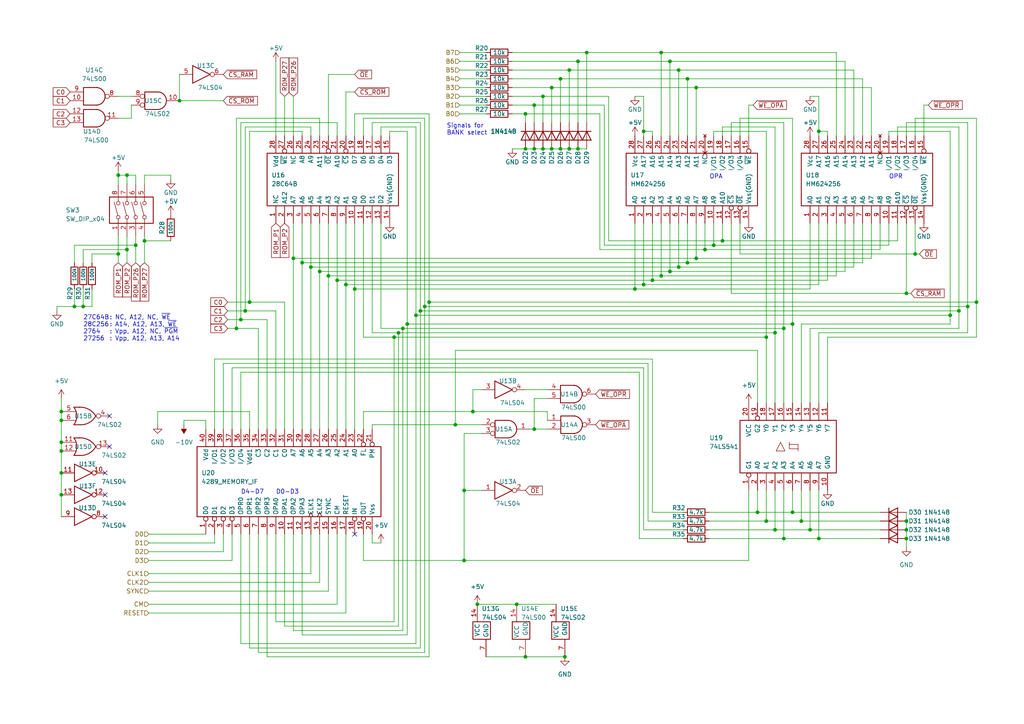
<source format=kicad_sch>
(kicad_sch (version 20230121) (generator eeschema)
  (paper "A4")
  (lib_symbols
    (symbol "000_MyLibrary:1N4148" (pin_numbers hide) (pin_names hide)
      (property "Reference" "D" (at 0 2.54 0))
      (property "Value" "1N4148" (at 0 -2.54 0))
      (symbol "1N4148_1_1"
        (pin passive line (at -3.81 0 0) (length 2.54) (name "K") (number "1"))
        (pin passive line (at 3.81 0 180) (length 2.54) (name "A") (number "2"))
      )
    )
    (symbol "000_MyLibrary:28C64B"
      (property "Reference" "U" (at -7.62 19.05 0))
      (property "Value" "28C64B" (at 1.27 19.05 0))
      (symbol "28C64B_1_1"
        (pin free line (at -12.7 15.24 0) (length 5.08) (name "NC") (number "1"))
        (pin input line (at -12.7 -7.62 0) (length 5.08) (name "A0") (number "10"))
        (pin tri_state line (at -12.7 -10.16 0) (length 5.08) (name "D0") (number "11"))
        (pin tri_state line (at -12.7 -12.7 0) (length 5.08) (name "D1") (number "12"))
        (pin tri_state line (at -12.7 -15.24 0) (length 5.08) (name "D2") (number "13"))
        (pin power_in line (at -12.7 -17.78 0) (length 5.08) (name "Vss(GND)") (number "14"))
        (pin tri_state line (at 12.7 -17.78 180) (length 5.08) (name "D3") (number "15"))
        (pin tri_state line (at 12.7 -15.24 180) (length 5.08) (name "D4") (number "16"))
        (pin tri_state line (at 12.7 -12.7 180) (length 5.08) (name "D5") (number "17"))
        (pin tri_state line (at 12.7 -10.16 180) (length 5.08) (name "D6") (number "18"))
        (pin tri_state line (at 12.7 -7.62 180) (length 5.08) (name "D7") (number "19"))
        (pin input line (at -12.7 12.7 0) (length 5.08) (name "A12") (number "2"))
        (pin input inverted (at 12.7 -5.08 180) (length 5.08) (name "~{CS}") (number "20"))
        (pin input line (at 12.7 -2.54 180) (length 5.08) (name "A10") (number "21"))
        (pin input inverted (at 12.7 0 180) (length 5.08) (name "~{OE}") (number "22"))
        (pin input line (at 12.7 2.54 180) (length 5.08) (name "A11") (number "23"))
        (pin input line (at 12.7 5.08 180) (length 5.08) (name "A9") (number "24"))
        (pin input line (at 12.7 7.62 180) (length 5.08) (name "A8") (number "25"))
        (pin free line (at 12.7 10.16 180) (length 5.08) (name "NC") (number "26"))
        (pin input inverted (at 12.7 12.7 180) (length 5.08) (name "~{WE}") (number "27"))
        (pin power_in line (at 12.7 15.24 180) (length 5.08) (name "Vdd") (number "28"))
        (pin input line (at -12.7 10.16 0) (length 5.08) (name "A7") (number "3"))
        (pin input line (at -12.7 7.62 0) (length 5.08) (name "A6") (number "4"))
        (pin input line (at -12.7 5.08 0) (length 5.08) (name "A5") (number "5"))
        (pin input line (at -12.7 2.54 0) (length 5.08) (name "A4") (number "6"))
        (pin input line (at -12.7 0 0) (length 5.08) (name "A3") (number "7"))
        (pin input line (at -12.7 -2.54 0) (length 5.08) (name "A2") (number "8"))
        (pin input line (at -12.7 -5.08 0) (length 5.08) (name "A1") (number "9"))
      )
    )
    (symbol "000_MyLibrary:4289_MEMORY_IF"
      (property "Reference" "U" (at -7.62 30.48 0))
      (property "Value" "4289_MEMORY_IF" (at 7.62 27.94 0))
      (symbol "4289_MEMORY_IF_1_1"
        (pin bidirectional inverted (at -15.24 24.13 0) (length 5.08) (name "D0") (number "1"))
        (pin input line (at -15.24 1.27 0) (length 5.08) (name "OPA1") (number "10"))
        (pin input line (at -15.24 -1.27 0) (length 5.08) (name "OPA2") (number "11"))
        (pin input line (at -15.24 -3.81 0) (length 5.08) (name "OPA3") (number "12"))
        (pin input clock (at -15.24 -6.35 0) (length 5.08) (name "CLK1") (number "13"))
        (pin input clock (at -15.24 -8.89 0) (length 5.08) (name "CLK2") (number "14"))
        (pin input line (at -15.24 -11.43 0) (length 5.08) (name "SYNC") (number "15"))
        (pin input line (at -15.24 -13.97 0) (length 5.08) (name "CM") (number "16"))
        (pin input line (at -15.24 -16.51 0) (length 5.08) (name "RESET") (number "17"))
        (pin output inverted (at -15.24 -19.05 0) (length 5.08) (name "IN") (number "18"))
        (pin output inverted (at -15.24 -21.59 0) (length 5.08) (name "OUT") (number "19"))
        (pin bidirectional inverted (at -15.24 21.59 0) (length 5.08) (name "D1") (number "2"))
        (pin power_in line (at -15.24 -24.13 0) (length 5.08) (name "Vss") (number "20"))
        (pin output inverted (at 15.24 -24.13 180) (length 5.08) (name "PM") (number "21"))
        (pin output inverted (at 15.24 -21.59 180) (length 5.08) (name "FL") (number "22"))
        (pin output line (at 15.24 -19.05 180) (length 5.08) (name "A0") (number "23"))
        (pin output line (at 15.24 -16.51 180) (length 5.08) (name "A1") (number "24"))
        (pin output line (at 15.24 -13.97 180) (length 5.08) (name "A2") (number "25"))
        (pin output line (at 15.24 -11.43 180) (length 5.08) (name "A3") (number "26"))
        (pin output line (at 15.24 -8.89 180) (length 5.08) (name "A4") (number "27"))
        (pin output line (at 15.24 -6.35 180) (length 5.08) (name "A5") (number "28"))
        (pin output line (at 15.24 -3.81 180) (length 5.08) (name "A6") (number "29"))
        (pin bidirectional inverted (at -15.24 19.05 0) (length 5.08) (name "D2") (number "3"))
        (pin output line (at 15.24 -1.27 180) (length 5.08) (name "A7") (number "30"))
        (pin output line (at 15.24 1.27 180) (length 5.08) (name "C0") (number "31"))
        (pin output line (at 15.24 3.81 180) (length 5.08) (name "C1") (number "32"))
        (pin output line (at 15.24 6.35 180) (length 5.08) (name "C2") (number "33"))
        (pin output line (at 15.24 8.89 180) (length 5.08) (name "C3") (number "34"))
        (pin power_in line (at 15.24 11.43 180) (length 5.08) (name "Vdd1") (number "35"))
        (pin bidirectional line (at 15.24 13.97 180) (length 5.08) (name "I/O4") (number "36"))
        (pin bidirectional line (at 15.24 16.51 180) (length 5.08) (name "I/O3") (number "37"))
        (pin bidirectional line (at 15.24 19.05 180) (length 5.08) (name "I/O2") (number "38"))
        (pin bidirectional line (at 15.24 21.59 180) (length 5.08) (name "I/O1") (number "39"))
        (pin bidirectional inverted (at -15.24 16.51 0) (length 5.08) (name "D3") (number "4"))
        (pin power_in line (at 15.24 24.13 180) (length 5.08) (name "Vdd") (number "40"))
        (pin input line (at -15.24 13.97 0) (length 5.08) (name "OPR0") (number "5"))
        (pin input line (at -15.24 11.43 0) (length 5.08) (name "OPR1") (number "6"))
        (pin input line (at -15.24 8.89 0) (length 5.08) (name "OPR2") (number "7"))
        (pin input line (at -15.24 6.35 0) (length 5.08) (name "OPR3") (number "8"))
        (pin input line (at -15.24 3.81 0) (length 5.08) (name "OPA0") (number "9"))
      )
    )
    (symbol "000_MyLibrary:74LS00" (pin_names (offset 1.016))
      (property "Reference" "U" (at -1.27 6.35 0))
      (property "Value" "74LS00" (at 1.27 3.81 0))
      (symbol "74LS00_1_1"
        (pin input line (at -7.62 1.27 0) (length 3.81) (name "~") (number "1"))
        (pin input line (at -7.62 -1.27 0) (length 3.81) (name "~") (number "2"))
        (pin output inverted (at 6.35 0 180) (length 3.81) (name "~") (number "3"))
      )
      (symbol "74LS00_1_2"
        (pin input inverted (at -7.62 1.27 0) (length 4.318) (name "~") (number "1"))
        (pin input inverted (at -7.62 -1.27 0) (length 4.318) (name "~") (number "2"))
        (pin output line (at 6.35 0 180) (length 3.81) (name "~") (number "3"))
      )
      (symbol "74LS00_2_1"
        (pin input line (at -7.62 1.27 0) (length 3.81) (name "~") (number "4"))
        (pin input line (at -7.62 -1.27 0) (length 3.81) (name "~") (number "5"))
        (pin output inverted (at 6.35 0 180) (length 3.81) (name "~") (number "6"))
      )
      (symbol "74LS00_2_2"
        (pin input inverted (at -7.62 1.27 0) (length 4.318) (name "~") (number "4"))
        (pin input inverted (at -7.62 -1.27 0) (length 4.318) (name "~") (number "5"))
        (pin output line (at 6.35 0 180) (length 3.81) (name "~") (number "6"))
      )
      (symbol "74LS00_3_1"
        (pin input line (at -7.62 -1.27 0) (length 3.81) (name "~") (number "10"))
        (pin output inverted (at 6.35 0 180) (length 3.81) (name "~") (number "8"))
        (pin input line (at -7.62 1.27 0) (length 3.81) (name "~") (number "9"))
      )
      (symbol "74LS00_3_2"
        (pin input inverted (at -7.62 -1.27 0) (length 4.318) (name "~") (number "10"))
        (pin output line (at 6.35 0 180) (length 3.81) (name "~") (number "8"))
        (pin input inverted (at -7.62 1.27 0) (length 4.318) (name "~") (number "9"))
      )
      (symbol "74LS00_4_1"
        (pin output inverted (at 6.35 0 180) (length 3.81) (name "~") (number "11"))
        (pin input line (at -7.62 1.27 0) (length 3.81) (name "~") (number "12"))
        (pin input line (at -7.62 -1.27 0) (length 3.81) (name "~") (number "13"))
      )
      (symbol "74LS00_4_2"
        (pin output line (at 6.35 0 180) (length 3.81) (name "~") (number "11"))
        (pin input inverted (at -7.62 1.27 0) (length 4.318) (name "~") (number "12"))
        (pin input inverted (at -7.62 -1.27 0) (length 4.318) (name "~") (number "13"))
      )
      (symbol "74LS00_5_0"
        (pin power_in line (at -1.27 7.62 270) (length 5.08) (name "VCC") (number "14"))
        (pin power_in line (at 1.27 -7.62 90) (length 5.08) (name "GND") (number "7"))
      )
    )
    (symbol "000_MyLibrary:74LS02" (pin_names (offset 1.016))
      (property "Reference" "U" (at 0 6.35 0))
      (property "Value" "74LS02" (at 2.54 3.81 0))
      (symbol "74LS02_1_1"
        (pin output inverted (at 6.35 0 180) (length 3.81) (name "~") (number "1"))
        (pin input line (at -7.62 1.27 0) (length 4.318) (name "~") (number "2"))
        (pin input line (at -7.62 -1.27 0) (length 4.318) (name "~") (number "3"))
      )
      (symbol "74LS02_1_2"
        (pin output line (at 6.35 0 180) (length 3.81) (name "~") (number "1"))
        (pin input inverted (at -7.62 1.27 0) (length 3.81) (name "~") (number "2"))
        (pin input inverted (at -7.62 -1.27 0) (length 3.81) (name "~") (number "3"))
      )
      (symbol "74LS02_2_1"
        (pin output inverted (at 6.35 0 180) (length 3.81) (name "~") (number "4"))
        (pin input line (at -7.62 1.27 0) (length 4.318) (name "~") (number "5"))
        (pin input line (at -7.62 -1.27 0) (length 4.318) (name "~") (number "6"))
      )
      (symbol "74LS02_2_2"
        (pin output line (at 6.35 0 180) (length 3.81) (name "~") (number "4"))
        (pin input inverted (at -7.62 1.27 0) (length 3.81) (name "~") (number "5"))
        (pin input inverted (at -7.62 -1.27 0) (length 3.81) (name "~") (number "6"))
      )
      (symbol "74LS02_3_1"
        (pin output inverted (at 6.35 0 180) (length 3.81) (name "~") (number "10"))
        (pin input line (at -7.62 1.27 0) (length 4.318) (name "~") (number "8"))
        (pin input line (at -7.62 -1.27 0) (length 4.318) (name "~") (number "9"))
      )
      (symbol "74LS02_3_2"
        (pin output line (at 6.35 0 180) (length 3.81) (name "~") (number "10"))
        (pin input inverted (at -7.62 1.27 0) (length 3.81) (name "~") (number "8"))
        (pin input inverted (at -7.62 -1.27 0) (length 3.81) (name "~") (number "9"))
      )
      (symbol "74LS02_4_1"
        (pin input line (at -7.62 1.27 0) (length 4.318) (name "~") (number "11"))
        (pin input line (at -7.62 -1.27 0) (length 4.318) (name "~") (number "12"))
        (pin output inverted (at 6.35 0 180) (length 3.81) (name "~") (number "13"))
      )
      (symbol "74LS02_4_2"
        (pin input inverted (at -7.62 1.27 0) (length 3.81) (name "~") (number "11"))
        (pin input inverted (at -7.62 -1.27 0) (length 3.81) (name "~") (number "12"))
        (pin output line (at 6.35 0 180) (length 3.81) (name "~") (number "13"))
      )
      (symbol "74LS02_5_0"
        (pin power_in line (at -1.27 7.62 270) (length 5.08) (name "VCC") (number "14"))
        (pin power_in line (at 1.27 -7.62 90) (length 5.08) (name "GND") (number "7"))
      )
    )
    (symbol "000_MyLibrary:74LS04"
      (property "Reference" "U" (at 0 5.08 0))
      (property "Value" "74LS04" (at 2.54 2.54 0))
      (symbol "74LS04_1_0"
        (pin input line (at -6.35 0 0) (length 3.81) (name "~") (number "1"))
        (pin output inverted (at 6.35 0 180) (length 3.81) (name "~") (number "2"))
      )
      (symbol "74LS04_2_0"
        (pin input line (at -6.35 0 0) (length 3.81) (name "~") (number "3"))
        (pin output inverted (at 6.35 0 180) (length 3.81) (name "~") (number "4"))
      )
      (symbol "74LS04_3_0"
        (pin input line (at -6.35 0 0) (length 3.81) (name "~") (number "5"))
        (pin output inverted (at 6.35 0 180) (length 3.81) (name "~") (number "6"))
      )
      (symbol "74LS04_4_0"
        (pin output inverted (at 6.35 0 180) (length 3.81) (name "~") (number "8"))
        (pin input line (at -6.35 0 0) (length 3.81) (name "~") (number "9"))
      )
      (symbol "74LS04_5_0"
        (pin output inverted (at 6.35 0 180) (length 3.81) (name "~") (number "10"))
        (pin input line (at -6.35 0 0) (length 3.81) (name "~") (number "11"))
      )
      (symbol "74LS04_6_0"
        (pin output inverted (at 6.35 0 180) (length 3.81) (name "~") (number "12"))
        (pin input line (at -6.35 0 0) (length 3.81) (name "~") (number "13"))
      )
      (symbol "74LS04_7_0"
        (pin power_in line (at -1.27 7.62 270) (length 5.08) (name "VCC") (number "14"))
        (pin power_in line (at 1.27 -7.62 90) (length 5.08) (name "GND") (number "7"))
      )
    )
    (symbol "000_MyLibrary:74LS541" (pin_names (offset 1.016))
      (property "Reference" "U" (at -7.62 15.24 0))
      (property "Value" "74LS541" (at 3.81 15.24 0))
      (symbol "74LS541_1_0"
        (pin input inverted (at -12.7 11.43 0) (length 5.08) (name "G1") (number "1"))
        (pin power_in line (at -12.7 -11.43 0) (length 5.08) (name "GND") (number "10"))
        (pin tri_state line (at 12.7 -11.43 180) (length 5.08) (name "Y7") (number "11"))
        (pin tri_state line (at 12.7 -8.89 180) (length 5.08) (name "Y6") (number "12"))
        (pin tri_state line (at 12.7 -6.35 180) (length 5.08) (name "Y5") (number "13"))
        (pin tri_state line (at 12.7 -3.81 180) (length 5.08) (name "Y4") (number "14"))
        (pin tri_state line (at 12.7 -1.27 180) (length 5.08) (name "Y3") (number "15"))
        (pin tri_state line (at 12.7 1.27 180) (length 5.08) (name "Y2") (number "16"))
        (pin tri_state line (at 12.7 3.81 180) (length 5.08) (name "Y1") (number "17"))
        (pin tri_state line (at 12.7 6.35 180) (length 5.08) (name "Y0") (number "18"))
        (pin input inverted (at 12.7 8.89 180) (length 5.08) (name "G2") (number "19"))
        (pin input line (at -12.7 8.89 0) (length 5.08) (name "A0") (number "2"))
        (pin power_in line (at 12.7 11.43 180) (length 5.08) (name "VCC") (number "20"))
        (pin input line (at -12.7 6.35 0) (length 5.08) (name "A1") (number "3"))
        (pin input line (at -12.7 3.81 0) (length 5.08) (name "A2") (number "4"))
        (pin input line (at -12.7 1.27 0) (length 5.08) (name "A3") (number "5"))
        (pin input line (at -12.7 -1.27 0) (length 5.08) (name "A4") (number "6"))
        (pin input line (at -12.7 -3.81 0) (length 5.08) (name "A5") (number "7"))
        (pin input line (at -12.7 -6.35 0) (length 5.08) (name "A6") (number "8"))
        (pin input line (at -12.7 -8.89 0) (length 5.08) (name "A7") (number "9"))
      )
    )
    (symbol "000_MyLibrary:HM624256"
      (property "Reference" "U" (at -6.35 19.05 0))
      (property "Value" "HM624256" (at 2.54 19.05 0))
      (symbol "HM624256_1_1"
        (pin input line (at -12.7 15.24 0) (length 5.08) (name "A0") (number "1"))
        (pin input line (at -12.7 -7.62 0) (length 5.08) (name "A9") (number "10"))
        (pin input line (at -12.7 -10.16 0) (length 5.08) (name "A10") (number "11"))
        (pin input inverted (at -12.7 -12.7 0) (length 5.08) (name "~{CS}") (number "12"))
        (pin input inverted (at -12.7 -15.24 0) (length 5.08) (name "~{OE}") (number "13"))
        (pin power_in line (at -12.7 -17.78 0) (length 5.08) (name "Vss(GND)") (number "14"))
        (pin input inverted (at 12.7 -17.78 180) (length 5.08) (name "~{WE}") (number "15"))
        (pin tri_state line (at 12.7 -15.24 180) (length 5.08) (name "I/O4") (number "16"))
        (pin tri_state line (at 12.7 -12.7 180) (length 5.08) (name "I/O3") (number "17"))
        (pin tri_state line (at 12.7 -10.16 180) (length 5.08) (name "I/O2") (number "18"))
        (pin tri_state line (at 12.7 -7.62 180) (length 5.08) (name "I/O1") (number "19"))
        (pin input line (at -12.7 12.7 0) (length 5.08) (name "A1") (number "2"))
        (pin no_connect non_logic (at 12.7 -5.08 180) (length 5.08) (name "NC") (number "20"))
        (pin input line (at 12.7 -2.54 180) (length 5.08) (name "A11") (number "21"))
        (pin input line (at 12.7 0 180) (length 5.08) (name "A12") (number "22"))
        (pin input line (at 12.7 2.54 180) (length 5.08) (name "A13") (number "23"))
        (pin input line (at 12.7 5.08 180) (length 5.08) (name "A14") (number "24"))
        (pin input line (at 12.7 7.62 180) (length 5.08) (name "A15") (number "25"))
        (pin input line (at 12.7 10.16 180) (length 5.08) (name "A16") (number "26"))
        (pin input line (at 12.7 12.7 180) (length 5.08) (name "A17") (number "27"))
        (pin power_in line (at 12.7 15.24 180) (length 5.08) (name "Vcc") (number "28"))
        (pin input line (at -12.7 10.16 0) (length 5.08) (name "A2") (number "3"))
        (pin input line (at -12.7 7.62 0) (length 5.08) (name "A3") (number "4"))
        (pin input line (at -12.7 5.08 0) (length 5.08) (name "A4") (number "5"))
        (pin input line (at -12.7 2.54 0) (length 5.08) (name "A5") (number "6"))
        (pin input line (at -12.7 0 0) (length 5.08) (name "A6") (number "7"))
        (pin input line (at -12.7 -2.54 0) (length 5.08) (name "A7") (number "8"))
        (pin input line (at -12.7 -5.08 0) (length 5.08) (name "A8") (number "9"))
      )
    )
    (symbol "000_MyLibrary:R" (pin_numbers hide) (pin_names (offset 0))
      (property "Reference" "R" (at 2.032 0 90))
      (property "Value" "R" (at 0 0 90))
      (symbol "R_1_1"
        (pin passive line (at 0 3.81 270) (length 1.27) (name "~") (number "1"))
        (pin passive line (at 0 -3.81 90) (length 1.27) (name "~") (number "2"))
      )
    )
    (symbol "000_MyLibrary:SW_DIP_x04" (pin_names (offset 0) hide)
      (property "Reference" "SW" (at 0 8.89 0))
      (property "Value" "SW_DIP_x04" (at 0 -6.35 0))
      (symbol "SW_DIP_x04_1_1"
        (pin passive line (at -7.62 5.08 0) (length 5.08) (name "~") (number "1"))
        (pin passive line (at -7.62 2.54 0) (length 5.08) (name "~") (number "2"))
        (pin passive line (at -7.62 0 0) (length 5.08) (name "~") (number "3"))
        (pin passive line (at -7.62 -2.54 0) (length 5.08) (name "~") (number "4"))
        (pin passive line (at 7.62 -2.54 180) (length 5.08) (name "~") (number "5"))
        (pin passive line (at 7.62 0 180) (length 5.08) (name "~") (number "6"))
        (pin passive line (at 7.62 2.54 180) (length 5.08) (name "~") (number "7"))
        (pin passive line (at 7.62 5.08 180) (length 5.08) (name "~") (number "8"))
      )
    )
    (symbol "power:+5V" (power) (pin_names (offset 0))
      (property "Value" "+5V" (at 0 3.556 0))
      (symbol "+5V_1_1"
        (pin power_in line (at 0 0 90) (length 0) hide (name "+5V") (number "1"))
      )
    )
    (symbol "power:-10V" (power) (pin_names (offset 0))
      (property "Value" "-10V" (at 0 3.81 0))
      (symbol "-10V_0_0"
        (pin power_in line (at 0 0 90) (length 0) hide (name "-10V") (number "1"))
      )
    )
    (symbol "power:GND" (power) (pin_names (offset 0))
      (property "Value" "GND" (at 0 -3.81 0))
      (symbol "GND_1_1"
        (pin power_in line (at 0 0 270) (length 0) hide (name "GND") (number "1"))
      )
    )
  )
  (junction (at 85.09 74.93))
  (junction (at 265.43 73.66))
  (junction (at 24.13 88.9))
  (junction (at 124.46 87.63))
  (junction (at 34.29 73.66))
  (junction (at 152.4 33.02))
  (junction (at 167.64 43.18))
  (junction (at 194.31 78.74))
  (junction (at 186.69 82.55))
  (junction (at 191.77 15.24))
  (junction (at 224.79 153.67))
  (junction (at 149.86 175.26))
  (junction (at 262.89 151.13))
  (junction (at 189.23 81.28))
  (junction (at 132.08 123.19))
  (junction (at 154.94 124.46))
  (junction (at 283.21 87.63))
  (junction (at 71.12 90.17))
  (junction (at 17.78 143.51))
  (junction (at 97.79 81.28))
  (junction (at 115.57 96.52))
  (junction (at 34.29 50.8))
  (junction (at 90.17 77.47))
  (junction (at 262.89 153.67))
  (junction (at 234.95 153.67))
  (junction (at 36.83 72.39))
  (junction (at 224.79 96.52))
  (junction (at 201.93 74.93))
  (junction (at 163.83 190.5))
  (junction (at 100.33 82.55))
  (junction (at 95.25 80.01))
  (junction (at 137.16 119.38))
  (junction (at 237.49 156.21))
  (junction (at 194.31 17.78))
  (junction (at 39.37 71.12))
  (junction (at 165.1 43.18))
  (junction (at 120.65 91.44))
  (junction (at 201.93 25.4))
  (junction (at 232.41 151.13))
  (junction (at 152.4 190.5))
  (junction (at 262.89 156.21))
  (junction (at 114.3 97.79))
  (junction (at 41.91 69.85))
  (junction (at 184.15 83.82))
  (junction (at 21.59 88.9))
  (junction (at 138.43 175.26))
  (junction (at 262.89 85.09))
  (junction (at 118.11 93.98))
  (junction (at 68.58 95.25))
  (junction (at 17.78 128.27))
  (junction (at 87.63 76.2))
  (junction (at 186.69 38.1))
  (junction (at 121.92 90.17))
  (junction (at 157.48 27.94))
  (junction (at 162.56 22.86))
  (junction (at 134.62 162.56))
  (junction (at 72.39 87.63))
  (junction (at 278.13 90.17))
  (junction (at 196.85 20.32))
  (junction (at 209.55 69.85))
  (junction (at 123.19 88.9))
  (junction (at 237.49 38.1))
  (junction (at 229.87 93.98))
  (junction (at 222.25 97.79))
  (junction (at 17.78 121.92))
  (junction (at 219.71 148.59))
  (junction (at 116.84 95.25))
  (junction (at 52.07 29.21))
  (junction (at 196.85 77.47))
  (junction (at 17.78 137.16))
  (junction (at 275.59 91.44))
  (junction (at 154.94 43.18))
  (junction (at 92.71 78.74))
  (junction (at 191.77 80.01))
  (junction (at 167.64 17.78))
  (junction (at 199.39 76.2))
  (junction (at 165.1 20.32))
  (junction (at 162.56 43.18))
  (junction (at 17.78 130.81))
  (junction (at 36.83 50.8))
  (junction (at 222.25 151.13))
  (junction (at 170.18 15.24))
  (junction (at 154.94 30.48))
  (junction (at 229.87 148.59))
  (junction (at 227.33 95.25))
  (junction (at 134.62 142.24))
  (junction (at 207.01 71.12))
  (junction (at 157.48 43.18))
  (junction (at 199.39 22.86))
  (junction (at 204.47 72.39))
  (junction (at 17.78 119.38))
  (junction (at 152.4 43.18))
  (junction (at 102.87 83.82))
  (junction (at 280.67 88.9))
  (junction (at 227.33 156.21))
  (junction (at 160.02 43.18))
  (junction (at 160.02 25.4))
  (junction (at 69.85 92.71))
  (no_connect (at 30.48 137.16))
  (no_connect (at 102.87 154.94))
  (no_connect (at 30.48 149.86))
  (no_connect (at 30.48 143.51))
  (no_connect (at 31.75 120.65))
  (no_connect (at 31.75 129.54))
  (wire (pts (xy 257.81 71.12) (xy 207.01 71.12)))
  (wire (pts (xy 102.87 83.82) (xy 102.87 124.46)))
  (wire (pts (xy 222.25 142.24) (xy 222.25 151.13)))
  (wire (pts (xy 189.23 38.1) (xy 186.69 38.1)))
  (wire (pts (xy 209.55 36.83) (xy 224.79 36.83)))
  (wire (pts (xy 92.71 39.37) (xy 92.71 34.29)))
  (wire (pts (xy 194.31 39.37) (xy 194.31 17.78)))
  (wire (pts (xy 232.41 142.24) (xy 232.41 151.13)))
  (wire (pts (xy 107.95 35.56) (xy 121.92 35.56)))
  (wire (pts (xy 77.47 124.46) (xy 77.47 92.71)))
  (wire (pts (xy 158.75 115.57) (xy 154.94 115.57)))
  (wire (pts (xy 234.95 153.67) (xy 255.27 153.67)))
  (wire (pts (xy 41.91 50.8) (xy 41.91 53.34)))
  (wire (pts (xy 133.35 33.02) (xy 140.97 33.02)))
  (wire (pts (xy 16.51 88.9) (xy 21.59 88.9)))
  (wire (pts (xy 167.64 43.18) (xy 170.18 43.18)))
  (wire (pts (xy 116.84 95.25) (xy 227.33 95.25)))
  (wire (pts (xy 140.97 190.5) (xy 152.4 190.5)))
  (wire (pts (xy 80.01 17.78) (xy 80.01 39.37)))
  (wire (pts (xy 148.59 17.78) (xy 167.64 17.78)))
  (wire (pts (xy 199.39 39.37) (xy 199.39 22.86)))
  (wire (pts (xy 186.69 153.67) (xy 198.12 153.67)))
  (wire (pts (xy 41.91 50.8) (xy 49.53 50.8)))
  (wire (pts (xy 217.17 30.48) (xy 218.44 30.48)))
  (wire (pts (xy 219.71 101.6) (xy 132.08 101.6)))
  (wire (pts (xy 224.79 153.67) (xy 234.95 153.67)))
  (wire (pts (xy 87.63 184.15) (xy 118.11 184.15)))
  (wire (pts (xy 116.84 95.25) (xy 116.84 182.88)))
  (wire (pts (xy 97.79 81.28) (xy 189.23 81.28)))
  (wire (pts (xy 21.59 88.9) (xy 24.13 88.9)))
  (wire (pts (xy 80.01 154.94) (xy 80.01 180.34)))
  (wire (pts (xy 237.49 64.77) (xy 237.49 82.55)))
  (wire (pts (xy 87.63 38.1) (xy 87.63 39.37)))
  (wire (pts (xy 234.95 27.94) (xy 237.49 27.94)))
  (wire (pts (xy 68.58 34.29) (xy 68.58 95.25)))
  (wire (pts (xy 80.01 180.34) (xy 114.3 180.34)))
  (wire (pts (xy 250.19 64.77) (xy 250.19 76.2)))
  (wire (pts (xy 85.09 27.94) (xy 85.09 39.37)))
  (wire (pts (xy 189.23 81.28) (xy 240.03 81.28)))
  (wire (pts (xy 234.95 64.77) (xy 234.95 83.82)))
  (wire (pts (xy 152.4 190.5) (xy 163.83 190.5)))
  (wire (pts (xy 17.78 143.51) (xy 17.78 149.86)))
  (wire (pts (xy 165.1 20.32) (xy 165.1 35.56)))
  (wire (pts (xy 194.31 17.78) (xy 167.64 17.78)))
  (wire (pts (xy 110.49 95.25) (xy 116.84 95.25)))
  (wire (pts (xy 82.55 181.61) (xy 115.57 181.61)))
  (wire (pts (xy 232.41 116.84) (xy 232.41 93.98)))
  (wire (pts (xy 105.41 34.29) (xy 123.19 34.29)))
  (wire (pts (xy 219.71 148.59) (xy 229.87 148.59)))
  (wire (pts (xy 95.25 21.59) (xy 102.87 21.59)))
  (wire (pts (xy 100.33 82.55) (xy 186.69 82.55)))
  (wire (pts (xy 74.93 95.25) (xy 68.58 95.25)))
  (wire (pts (xy 39.37 71.12) (xy 39.37 68.58)))
  (wire (pts (xy 201.93 64.77) (xy 201.93 74.93)))
  (wire (pts (xy 154.94 30.48) (xy 154.94 35.56)))
  (wire (pts (xy 82.55 27.94) (xy 82.55 39.37)))
  (wire (pts (xy 153.67 124.46) (xy 154.94 124.46)))
  (wire (pts (xy 224.79 96.52) (xy 224.79 116.84)))
  (wire (pts (xy 227.33 95.25) (xy 227.33 116.84)))
  (wire (pts (xy 123.19 34.29) (xy 123.19 88.9)))
  (wire (pts (xy 148.59 20.32) (xy 165.1 20.32)))
  (wire (pts (xy 212.09 64.77) (xy 212.09 85.09)))
  (wire (pts (xy 184.15 64.77) (xy 184.15 83.82)))
  (wire (pts (xy 252.73 25.4) (xy 201.93 25.4)))
  (wire (pts (xy 189.23 104.14) (xy 189.23 148.59)))
  (wire (pts (xy 214.63 39.37) (xy 214.63 34.29)))
  (wire (pts (xy 87.63 38.1) (xy 72.39 38.1)))
  (wire (pts (xy 67.31 106.68) (xy 186.69 106.68)))
  (wire (pts (xy 52.07 21.59) (xy 52.07 29.21)))
  (wire (pts (xy 66.04 87.63) (xy 72.39 87.63)))
  (wire (pts (xy 123.19 189.23) (xy 74.93 189.23)))
  (wire (pts (xy 267.97 30.48) (xy 269.24 30.48)))
  (wire (pts (xy 154.94 43.18) (xy 157.48 43.18)))
  (wire (pts (xy 209.55 69.85) (xy 176.53 69.85)))
  (wire (pts (xy 148.59 30.48) (xy 154.94 30.48)))
  (wire (pts (xy 62.23 104.14) (xy 62.23 124.46)))
  (wire (pts (xy 36.83 76.2) (xy 36.83 72.39)))
  (wire (pts (xy 260.35 36.83) (xy 278.13 36.83)))
  (wire (pts (xy 152.4 33.02) (xy 152.4 35.56)))
  (wire (pts (xy 189.23 64.77) (xy 189.23 81.28)))
  (wire (pts (xy 92.71 78.74) (xy 194.31 78.74)))
  (wire (pts (xy 149.86 175.26) (xy 161.29 175.26)))
  (wire (pts (xy 165.1 43.18) (xy 167.64 43.18)))
  (wire (pts (xy 133.35 17.78) (xy 140.97 17.78)))
  (wire (pts (xy 194.31 78.74) (xy 245.11 78.74)))
  (wire (pts (xy 160.02 25.4) (xy 160.02 35.56)))
  (wire (pts (xy 245.11 64.77) (xy 245.11 78.74)))
  (wire (pts (xy 185.42 156.21) (xy 198.12 156.21)))
  (wire (pts (xy 72.39 154.94) (xy 72.39 187.96)))
  (wire (pts (xy 232.41 151.13) (xy 255.27 151.13)))
  (wire (pts (xy 69.85 107.95) (xy 69.85 124.46)))
  (wire (pts (xy 105.41 119.38) (xy 137.16 119.38)))
  (wire (pts (xy 17.78 121.92) (xy 17.78 128.27)))
  (wire (pts (xy 262.89 153.67) (xy 262.89 156.21)))
  (wire (pts (xy 90.17 64.77) (xy 90.17 77.47)))
  (wire (pts (xy 262.89 35.56) (xy 280.67 35.56)))
  (wire (pts (xy 121.92 90.17) (xy 278.13 90.17)))
  (wire (pts (xy 69.85 107.95) (xy 185.42 107.95)))
  (wire (pts (xy 69.85 35.56) (xy 97.79 35.56)))
  (wire (pts (xy 237.49 38.1) (xy 237.49 39.37)))
  (wire (pts (xy 72.39 187.96) (xy 121.92 187.96)))
  (wire (pts (xy 43.18 166.37) (xy 90.17 166.37)))
  (wire (pts (xy 148.59 25.4) (xy 160.02 25.4)))
  (wire (pts (xy 110.49 36.83) (xy 110.49 39.37)))
  (wire (pts (xy 283.21 34.29) (xy 283.21 87.63)))
  (wire (pts (xy 247.65 39.37) (xy 247.65 20.32)))
  (wire (pts (xy 186.69 38.1) (xy 186.69 39.37)))
  (wire (pts (xy 24.13 72.39) (xy 36.83 72.39)))
  (wire (pts (xy 115.57 96.52) (xy 224.79 96.52)))
  (wire (pts (xy 124.46 87.63) (xy 124.46 190.5)))
  (wire (pts (xy 43.18 157.48) (xy 62.23 157.48)))
  (wire (pts (xy 100.33 26.67) (xy 102.87 26.67)))
  (wire (pts (xy 196.85 64.77) (xy 196.85 77.47)))
  (wire (pts (xy 43.18 162.56) (xy 67.31 162.56)))
  (wire (pts (xy 139.7 142.24) (xy 134.62 142.24)))
  (wire (pts (xy 69.85 186.69) (xy 120.65 186.69)))
  (wire (pts (xy 26.67 73.66) (xy 34.29 73.66)))
  (wire (pts (xy 207.01 39.37) (xy 207.01 38.1)))
  (wire (pts (xy 191.77 80.01) (xy 242.57 80.01)))
  (wire (pts (xy 105.41 97.79) (xy 114.3 97.79)))
  (wire (pts (xy 100.33 64.77) (xy 100.33 82.55)))
  (wire (pts (xy 39.37 76.2) (xy 39.37 71.12)))
  (wire (pts (xy 38.1 30.48) (xy 38.1 34.29)))
  (wire (pts (xy 275.59 91.44) (xy 275.59 93.98)))
  (wire (pts (xy 133.35 30.48) (xy 140.97 30.48)))
  (wire (pts (xy 148.59 33.02) (xy 152.4 33.02)))
  (wire (pts (xy 176.53 69.85) (xy 176.53 27.94)))
  (wire (pts (xy 191.77 64.77) (xy 191.77 80.01)))
  (wire (pts (xy 222.25 151.13) (xy 232.41 151.13)))
  (wire (pts (xy 196.85 77.47) (xy 247.65 77.47)))
  (wire (pts (xy 278.13 36.83) (xy 278.13 90.17)))
  (wire (pts (xy 110.49 36.83) (xy 120.65 36.83)))
  (wire (pts (xy 247.65 20.32) (xy 196.85 20.32)))
  (wire (pts (xy 227.33 142.24) (xy 227.33 156.21)))
  (wire (pts (xy 21.59 71.12) (xy 39.37 71.12)))
  (wire (pts (xy 105.41 162.56) (xy 134.62 162.56)))
  (wire (pts (xy 242.57 64.77) (xy 242.57 80.01)))
  (wire (pts (xy 137.16 119.38) (xy 158.75 119.38)))
  (wire (pts (xy 82.55 154.94) (xy 82.55 181.61)))
  (wire (pts (xy 72.39 124.46) (xy 72.39 119.38)))
  (wire (pts (xy 152.4 43.18) (xy 154.94 43.18)))
  (wire (pts (xy 97.79 64.77) (xy 97.79 81.28)))
  (wire (pts (xy 134.62 125.73) (xy 139.7 125.73)))
  (wire (pts (xy 186.69 64.77) (xy 186.69 82.55)))
  (wire (pts (xy 107.95 124.46) (xy 107.95 123.19)))
  (wire (pts (xy 107.95 157.48) (xy 110.49 157.48)))
  (wire (pts (xy 201.93 39.37) (xy 201.93 25.4)))
  (wire (pts (xy 148.59 22.86) (xy 162.56 22.86)))
  (wire (pts (xy 92.71 78.74) (xy 92.71 124.46)))
  (wire (pts (xy 240.03 97.79) (xy 283.21 97.79)))
  (wire (pts (xy 87.63 154.94) (xy 87.63 184.15)))
  (wire (pts (xy 257.81 38.1) (xy 257.81 39.37)))
  (wire (pts (xy 229.87 34.29) (xy 229.87 93.98)))
  (wire (pts (xy 107.95 35.56) (xy 107.95 39.37)))
  (wire (pts (xy 212.09 35.56) (xy 227.33 35.56)))
  (wire (pts (xy 124.46 87.63) (xy 283.21 87.63)))
  (wire (pts (xy 24.13 76.2) (xy 24.13 72.39)))
  (wire (pts (xy 234.95 116.84) (xy 234.95 95.25)))
  (wire (pts (xy 82.55 87.63) (xy 82.55 124.46)))
  (wire (pts (xy 110.49 64.77) (xy 110.49 95.25)))
  (wire (pts (xy 205.74 156.21) (xy 227.33 156.21)))
  (wire (pts (xy 71.12 36.83) (xy 90.17 36.83)))
  (wire (pts (xy 90.17 77.47) (xy 90.17 124.46)))
  (wire (pts (xy 204.47 72.39) (xy 173.99 72.39)))
  (wire (pts (xy 148.59 27.94) (xy 157.48 27.94)))
  (wire (pts (xy 66.04 95.25) (xy 68.58 95.25)))
  (wire (pts (xy 90.17 36.83) (xy 90.17 39.37)))
  (wire (pts (xy 148.59 15.24) (xy 170.18 15.24)))
  (wire (pts (xy 107.95 64.77) (xy 107.95 96.52)))
  (wire (pts (xy 212.09 39.37) (xy 212.09 35.56)))
  (wire (pts (xy 120.65 91.44) (xy 275.59 91.44)))
  (wire (pts (xy 229.87 148.59) (xy 255.27 148.59)))
  (wire (pts (xy 102.87 33.02) (xy 102.87 39.37)))
  (wire (pts (xy 85.09 74.93) (xy 85.09 124.46)))
  (wire (pts (xy 207.01 64.77) (xy 207.01 71.12)))
  (wire (pts (xy 191.77 15.24) (xy 170.18 15.24)))
  (wire (pts (xy 53.34 121.92) (xy 59.69 121.92)))
  (wire (pts (xy 232.41 93.98) (xy 275.59 93.98)))
  (wire (pts (xy 199.39 76.2) (xy 250.19 76.2)))
  (wire (pts (xy 262.89 64.77) (xy 262.89 85.09)))
  (wire (pts (xy 41.91 69.85) (xy 41.91 76.2)))
  (wire (pts (xy 257.81 64.77) (xy 257.81 71.12)))
  (wire (pts (xy 219.71 101.6) (xy 219.71 116.84)))
  (wire (pts (xy 85.09 74.93) (xy 201.93 74.93)))
  (wire (pts (xy 227.33 35.56) (xy 227.33 95.25)))
  (wire (pts (xy 229.87 142.24) (xy 229.87 148.59)))
  (wire (pts (xy 124.46 33.02) (xy 102.87 33.02)))
  (wire (pts (xy 260.35 64.77) (xy 260.35 69.85)))
  (wire (pts (xy 17.78 119.38) (xy 17.78 121.92)))
  (wire (pts (xy 176.53 27.94) (xy 157.48 27.94)))
  (wire (pts (xy 36.83 72.39) (xy 36.83 68.58)))
  (wire (pts (xy 148.59 43.18) (xy 152.4 43.18)))
  (wire (pts (xy 43.18 171.45) (xy 95.25 171.45)))
  (wire (pts (xy 97.79 35.56) (xy 97.79 39.37)))
  (wire (pts (xy 39.37 50.8) (xy 36.83 50.8)))
  (wire (pts (xy 80.01 124.46) (xy 80.01 90.17)))
  (wire (pts (xy 158.75 119.38) (xy 158.75 121.92)))
  (wire (pts (xy 262.89 35.56) (xy 262.89 39.37)))
  (wire (pts (xy 41.91 69.85) (xy 49.53 69.85)))
  (wire (pts (xy 45.72 119.38) (xy 45.72 123.19)))
  (wire (pts (xy 21.59 88.9) (xy 21.59 83.82)))
  (wire (pts (xy 157.48 27.94) (xy 157.48 35.56)))
  (wire (pts (xy 24.13 88.9) (xy 26.67 88.9)))
  (wire (pts (xy 59.69 121.92) (xy 59.69 124.46)))
  (wire (pts (xy 260.35 36.83) (xy 260.35 39.37)))
  (wire (pts (xy 26.67 88.9) (xy 26.67 83.82)))
  (wire (pts (xy 115.57 96.52) (xy 115.57 181.61)))
  (wire (pts (xy 77.47 92.71) (xy 69.85 92.71)))
  (wire (pts (xy 205.74 153.67) (xy 224.79 153.67)))
  (wire (pts (xy 87.63 76.2) (xy 87.63 124.46)))
  (wire (pts (xy 124.46 87.63) (xy 124.46 33.02)))
  (wire (pts (xy 209.55 39.37) (xy 209.55 36.83)))
  (wire (pts (xy 132.08 101.6) (xy 132.08 123.19)))
  (wire (pts (xy 72.39 38.1) (xy 72.39 87.63)))
  (wire (pts (xy 95.25 80.01) (xy 95.25 124.46)))
  (wire (pts (xy 160.02 43.18) (xy 162.56 43.18)))
  (wire (pts (xy 17.78 137.16) (xy 17.78 143.51)))
  (wire (pts (xy 162.56 43.18) (xy 165.1 43.18)))
  (wire (pts (xy 105.41 64.77) (xy 105.41 97.79)))
  (wire (pts (xy 90.17 166.37) (xy 90.17 154.94)))
  (wire (pts (xy 71.12 90.17) (xy 71.12 36.83)))
  (wire (pts (xy 262.89 156.21) (xy 262.89 158.75)))
  (wire (pts (xy 105.41 154.94) (xy 105.41 162.56)))
  (wire (pts (xy 53.34 121.92) (xy 53.34 123.19)))
  (wire (pts (xy 17.78 130.81) (xy 17.78 137.16)))
  (wire (pts (xy 74.93 124.46) (xy 74.93 95.25)))
  (wire (pts (xy 66.04 90.17) (xy 71.12 90.17)))
  (wire (pts (xy 265.43 64.77) (xy 265.43 73.66)))
  (wire (pts (xy 113.03 38.1) (xy 118.11 38.1)))
  (wire (pts (xy 52.07 29.21) (xy 64.77 29.21)))
  (wire (pts (xy 34.29 49.53) (xy 34.29 50.8)))
  (wire (pts (xy 217.17 30.48) (xy 217.17 39.37)))
  (wire (pts (xy 199.39 64.77) (xy 199.39 76.2)))
  (wire (pts (xy 133.35 15.24) (xy 140.97 15.24)))
  (wire (pts (xy 245.11 17.78) (xy 194.31 17.78)))
  (wire (pts (xy 34.29 73.66) (xy 34.29 68.58)))
  (wire (pts (xy 175.26 71.12) (xy 175.26 30.48)))
  (wire (pts (xy 34.29 50.8) (xy 34.29 53.34)))
  (wire (pts (xy 97.79 81.28) (xy 97.79 124.46)))
  (wire (pts (xy 120.65 36.83) (xy 120.65 91.44)))
  (wire (pts (xy 152.4 113.03) (xy 158.75 113.03)))
  (wire (pts (xy 255.27 72.39) (xy 204.47 72.39)))
  (wire (pts (xy 85.09 64.77) (xy 85.09 74.93)))
  (wire (pts (xy 237.49 27.94) (xy 237.49 38.1)))
  (wire (pts (xy 49.53 50.8) (xy 49.53 52.07)))
  (wire (pts (xy 265.43 34.29) (xy 283.21 34.29)))
  (wire (pts (xy 34.29 76.2) (xy 34.29 73.66)))
  (wire (pts (xy 102.87 64.77) (xy 102.87 83.82)))
  (wire (pts (xy 92.71 64.77) (xy 92.71 78.74)))
  (wire (pts (xy 240.03 64.77) (xy 240.03 81.28)))
  (wire (pts (xy 74.93 154.94) (xy 74.93 189.23)))
  (wire (pts (xy 267.97 30.48) (xy 267.97 39.37)))
  (wire (pts (xy 187.96 105.41) (xy 187.96 151.13)))
  (wire (pts (xy 80.01 90.17) (xy 71.12 90.17)))
  (wire (pts (xy 133.35 20.32) (xy 140.97 20.32)))
  (wire (pts (xy 26.67 76.2) (xy 26.67 73.66)))
  (wire (pts (xy 219.71 142.24) (xy 219.71 148.59)))
  (wire (pts (xy 252.73 74.93) (xy 252.73 64.77)))
  (wire (pts (xy 237.49 156.21) (xy 255.27 156.21)))
  (wire (pts (xy 69.85 35.56) (xy 69.85 92.71)))
  (wire (pts (xy 64.77 105.41) (xy 187.96 105.41)))
  (wire (pts (xy 207.01 38.1) (xy 222.25 38.1)))
  (wire (pts (xy 184.15 27.94) (xy 186.69 27.94)))
  (wire (pts (xy 229.87 93.98) (xy 229.87 116.84)))
  (wire (pts (xy 100.33 177.8) (xy 43.18 177.8)))
  (wire (pts (xy 262.89 153.67) (xy 262.89 151.13)))
  (wire (pts (xy 113.03 38.1) (xy 113.03 39.37)))
  (wire (pts (xy 87.63 64.77) (xy 87.63 76.2)))
  (wire (pts (xy 118.11 38.1) (xy 118.11 93.98)))
  (wire (pts (xy 107.95 96.52) (xy 115.57 96.52)))
  (wire (pts (xy 217.17 162.56) (xy 217.17 142.24)))
  (wire (pts (xy 194.31 64.77) (xy 194.31 78.74)))
  (wire (pts (xy 222.25 97.79) (xy 222.25 116.84)))
  (wire (pts (xy 64.77 160.02) (xy 64.77 154.94)))
  (wire (pts (xy 280.67 88.9) (xy 280.67 96.52)))
  (wire (pts (xy 43.18 168.91) (xy 92.71 168.91)))
  (wire (pts (xy 237.49 96.52) (xy 280.67 96.52)))
  (wire (pts (xy 247.65 64.77) (xy 247.65 77.47)))
  (wire (pts (xy 189.23 39.37) (xy 189.23 38.1)))
  (wire (pts (xy 133.35 22.86) (xy 140.97 22.86)))
  (wire (pts (xy 237.49 116.84) (xy 237.49 96.52)))
  (wire (pts (xy 227.33 156.21) (xy 237.49 156.21)))
  (wire (pts (xy 205.74 151.13) (xy 222.25 151.13)))
  (wire (pts (xy 36.83 50.8) (xy 34.29 50.8)))
  (wire (pts (xy 201.93 25.4) (xy 160.02 25.4)))
  (wire (pts (xy 162.56 22.86) (xy 162.56 35.56)))
  (wire (pts (xy 186.69 82.55) (xy 237.49 82.55)))
  (wire (pts (xy 137.16 113.03) (xy 137.16 119.38)))
  (wire (pts (xy 92.71 34.29) (xy 68.58 34.29)))
  (wire (pts (xy 234.95 95.25) (xy 278.13 95.25)))
  (wire (pts (xy 43.18 160.02) (xy 64.77 160.02)))
  (wire (pts (xy 95.25 39.37) (xy 95.25 21.59)))
  (wire (pts (xy 121.92 35.56) (xy 121.92 90.17)))
  (wire (pts (xy 245.11 39.37) (xy 245.11 17.78)))
  (wire (pts (xy 133.35 25.4) (xy 140.97 25.4)))
  (wire (pts (xy 102.87 83.82) (xy 184.15 83.82)))
  (wire (pts (xy 196.85 20.32) (xy 165.1 20.32)))
  (wire (pts (xy 240.03 116.84) (xy 240.03 97.79)))
  (wire (pts (xy 173.99 33.02) (xy 152.4 33.02)))
  (wire (pts (xy 121.92 90.17) (xy 121.92 187.96)))
  (wire (pts (xy 133.35 27.94) (xy 140.97 27.94)))
  (wire (pts (xy 207.01 71.12) (xy 175.26 71.12)))
  (wire (pts (xy 77.47 190.5) (xy 124.46 190.5)))
  (wire (pts (xy 175.26 30.48) (xy 154.94 30.48)))
  (wire (pts (xy 240.03 39.37) (xy 240.03 38.1)))
  (wire (pts (xy 97.79 154.94) (xy 97.79 175.26)))
  (wire (pts (xy 118.11 93.98) (xy 229.87 93.98)))
  (wire (pts (xy 107.95 123.19) (xy 132.08 123.19)))
  (wire (pts (xy 67.31 162.56) (xy 67.31 154.94)))
  (wire (pts (xy 43.18 154.94) (xy 59.69 154.94)))
  (wire (pts (xy 95.25 64.77) (xy 95.25 80.01)))
  (wire (pts (xy 134.62 162.56) (xy 217.17 162.56)))
  (wire (pts (xy 118.11 93.98) (xy 118.11 184.15)))
  (wire (pts (xy 72.39 119.38) (xy 45.72 119.38)))
  (wire (pts (xy 250.19 22.86) (xy 199.39 22.86)))
  (wire (pts (xy 209.55 64.77) (xy 209.55 69.85)))
  (wire (pts (xy 186.69 27.94) (xy 186.69 38.1)))
  (wire (pts (xy 36.83 50.8) (xy 36.83 53.34)))
  (wire (pts (xy 167.64 17.78) (xy 167.64 35.56)))
  (wire (pts (xy 95.25 80.01) (xy 191.77 80.01)))
  (wire (pts (xy 85.09 182.88) (xy 116.84 182.88)))
  (wire (pts (xy 24.13 88.9) (xy 24.13 83.82)))
  (wire (pts (xy 69.85 154.94) (xy 69.85 186.69)))
  (wire (pts (xy 157.48 43.18) (xy 160.02 43.18)))
  (wire (pts (xy 199.39 22.86) (xy 162.56 22.86)))
  (wire (pts (xy 201.93 74.93) (xy 252.73 74.93)))
  (wire (pts (xy 173.99 72.39) (xy 173.99 33.02)))
  (wire (pts (xy 72.39 87.63) (xy 82.55 87.63)))
  (wire (pts (xy 283.21 87.63) (xy 283.21 97.79)))
  (wire (pts (xy 90.17 77.47) (xy 196.85 77.47)))
  (wire (pts (xy 34.29 27.94) (xy 38.1 27.94)))
  (wire (pts (xy 262.89 151.13) (xy 262.89 148.59)))
  (wire (pts (xy 170.18 15.24) (xy 170.18 35.56)))
  (wire (pts (xy 100.33 82.55) (xy 100.33 124.46)))
  (wire (pts (xy 222.25 38.1) (xy 222.25 97.79)))
  (wire (pts (xy 114.3 97.79) (xy 114.3 180.34)))
  (wire (pts (xy 196.85 39.37) (xy 196.85 20.32)))
  (wire (pts (xy 138.43 175.26) (xy 149.86 175.26)))
  (wire (pts (xy 224.79 36.83) (xy 224.79 96.52)))
  (wire (pts (xy 278.13 90.17) (xy 278.13 95.25)))
  (wire (pts (xy 38.1 34.29) (xy 34.29 34.29)))
  (wire (pts (xy 187.96 151.13) (xy 198.12 151.13)))
  (wire (pts (xy 257.81 38.1) (xy 275.59 38.1)))
  (wire (pts (xy 67.31 106.68) (xy 67.31 124.46)))
  (wire (pts (xy 237.49 142.24) (xy 237.49 156.21)))
  (wire (pts (xy 262.89 85.09) (xy 264.16 85.09)))
  (wire (pts (xy 87.63 76.2) (xy 199.39 76.2)))
  (wire (pts (xy 41.91 68.58) (xy 41.91 69.85)))
  (wire (pts (xy 214.63 64.77) (xy 214.63 73.66)))
  (wire (pts (xy 100.33 26.67) (xy 100.33 39.37)))
  (wire (pts (xy 17.78 115.57) (xy 17.78 119.38)))
  (wire (pts (xy 184.15 83.82) (xy 234.95 83.82)))
  (wire (pts (xy 154.94 115.57) (xy 154.94 124.46)))
  (wire (pts (xy 205.74 148.59) (xy 219.71 148.59)))
  (wire (pts (xy 132.08 123.19) (xy 139.7 123.19)))
  (wire (pts (xy 265.43 34.29) (xy 265.43 39.37)))
  (wire (pts (xy 92.71 168.91) (xy 92.71 154.94)))
  (wire (pts (xy 39.37 53.34) (xy 39.37 50.8)))
  (wire (pts (xy 16.51 90.17) (xy 16.51 88.9)))
  (wire (pts (xy 62.23 104.14) (xy 189.23 104.14)))
  (wire (pts (xy 77.47 154.94) (xy 77.47 190.5)))
  (wire (pts (xy 66.04 92.71) (xy 69.85 92.71)))
  (wire (pts (xy 212.09 85.09) (xy 262.89 85.09)))
  (wire (pts (xy 134.62 142.24) (xy 134.62 162.56)))
  (wire (pts (xy 97.79 175.26) (xy 43.18 175.26)))
  (wire (pts (xy 95.25 171.45) (xy 95.25 154.94)))
  (wire (pts (xy 120.65 91.44) (xy 120.65 186.69)))
  (wire (pts (xy 105.41 119.38) (xy 105.41 124.46)))
  (wire (pts (xy 100.33 154.94) (xy 100.33 177.8)))
  (wire (pts (xy 114.3 97.79) (xy 222.25 97.79)))
  (wire (pts (xy 234.95 142.24) (xy 234.95 153.67)))
  (wire (pts (xy 224.79 142.24) (xy 224.79 153.67)))
  (wire (pts (xy 62.23 157.48) (xy 62.23 154.94)))
  (wire (pts (xy 242.57 39.37) (xy 242.57 15.24)))
  (wire (pts (xy 123.19 88.9) (xy 123.19 189.23)))
  (wire (pts (xy 214.63 73.66) (xy 265.43 73.66)))
  (wire (pts (xy 252.73 39.37) (xy 252.73 25.4)))
  (wire (pts (xy 250.19 39.37) (xy 250.19 22.86)))
  (wire (pts (xy 154.94 124.46) (xy 158.75 124.46)))
  (wire (pts (xy 186.69 106.68) (xy 186.69 153.67)))
  (wire (pts (xy 189.23 148.59) (xy 198.12 148.59)))
  (wire (pts (xy 214.63 34.29) (xy 229.87 34.29)))
  (wire (pts (xy 17.78 128.27) (xy 17.78 130.81)))
  (wire (pts (xy 139.7 113.03) (xy 137.16 113.03)))
  (wire (pts (xy 85.09 154.94) (xy 85.09 182.88)))
  (wire (pts (xy 21.59 76.2) (xy 21.59 71.12)))
  (wire (pts (xy 260.35 69.85) (xy 209.55 69.85)))
  (wire (pts (xy 280.67 35.56) (xy 280.67 88.9)))
  (wire (pts (xy 255.27 64.77) (xy 255.27 72.39)))
  (wire (pts (xy 64.77 105.41) (xy 64.77 124.46)))
  (wire (pts (xy 123.19 88.9) (xy 280.67 88.9)))
  (wire (pts (xy 107.95 154.94) (xy 107.95 157.48)))
  (wire (pts (xy 185.42 107.95) (xy 185.42 156.21)))
  (wire (pts (xy 275.59 38.1) (xy 275.59 91.44)))
  (wire (pts (xy 265.43 73.66) (xy 266.7 73.66)))
  (wire (pts (xy 191.77 39.37) (xy 191.77 15.24)))
  (wire (pts (xy 240.03 38.1) (xy 237.49 38.1)))
  (wire (pts (xy 134.62 125.73) (xy 134.62 142.24)))
  (wire (pts (xy 242.57 15.24) (xy 191.77 15.24)))
  (wire (pts (xy 204.47 64.77) (xy 204.47 72.39)))
  (wire (pts (xy 105.41 39.37) (xy 105.41 34.29)))
  (text "OPR" (at 257.81 52.07 0) (effects (font (size 1.27 1.27)) (justify left bottom)))
  (text "Signals for\nBANK select" (at 129.54 39.37 0) (effects (font (size 1.27 1.27)) (justify left bottom)))
  (text "27C64B\n28C256\n2764\n27256" (at 24.13 99.06 0) (effects (font (size 1.27 1.27)) (justify left bottom)))
  (text "D0-D3" (at 80.01 143.51 0) (effects (font (size 1.27 1.27)) (justify left bottom)))
  (text "D4-D7" (at 69.85 143.51 0) (effects (font (size 1.27 1.27)) (justify left bottom)))
  (text ": NC, A12, NC, ~{WE}\n: A14, A12, A13, ~{WE}\n: Vpp, A12, NC, ~{PGM}\n: Vpp, A12, A13, A14" (at 31.75 99.06 0) (effects (font (size 1.27 1.27)) (justify left bottom)))
  (text "OPA" (at 205.74 52.07 0) (effects (font (size 1.27 1.27)) (justify left bottom)))
  (global_label "C2" (shape input) (at 20.32 33.02 180) (property "Intersheetrefs" "${INTERSHEET_REFS}" (effects hide)))
  (global_label "ROM_P27" (shape input) (at 41.91 76.2 270) (property "Intersheetrefs" "${INTERSHEET_REFS}" (effects hide)))
  (global_label "C1" (shape input) (at 20.32 29.21 180) (property "Intersheetrefs" "${INTERSHEET_REFS}" (effects hide)))
  (global_label "ROM_P26" (shape input) (at 85.09 27.94 90) (property "Intersheetrefs" "${INTERSHEET_REFS}" (effects hide)))
  (global_label "~{WE_OPR}" (shape input) (at 172.72 114.3 0) (property "Intersheetrefs" "${INTERSHEET_REFS}" (effects hide)))
  (global_label "C1" (shape input) (at 66.04 90.17 180) (property "Intersheetrefs" "${INTERSHEET_REFS}" (effects hide)))
  (global_label "C0" (shape input) (at 66.04 87.63 180) (property "Intersheetrefs" "${INTERSHEET_REFS}" (effects hide)))
  (global_label "~{CS_ROM}" (shape input) (at 64.77 29.21 0) (property "Intersheetrefs" "${INTERSHEET_REFS}" (effects hide)))
  (global_label "~{OE}" (shape input) (at 102.87 21.59 0) (property "Intersheetrefs" "${INTERSHEET_REFS}" (effects hide)))
  (global_label "C0" (shape input) (at 20.32 26.67 180) (property "Intersheetrefs" "${INTERSHEET_REFS}" (effects hide)))
  (global_label "ROM_P1" (shape input) (at 80.01 64.77 270) (property "Intersheetrefs" "${INTERSHEET_REFS}" (effects hide)))
  (global_label "~{CS_RAM}" (shape input) (at 264.16 85.09 0) (property "Intersheetrefs" "${INTERSHEET_REFS}" (effects hide)))
  (global_label "ROM_P27" (shape input) (at 82.55 27.94 90) (property "Intersheetrefs" "${INTERSHEET_REFS}" (effects hide)))
  (global_label "~{OE}" (shape input) (at 152.4 142.24 0) (property "Intersheetrefs" "${INTERSHEET_REFS}" (effects hide)))
  (global_label "~{WE_OPA}" (shape input) (at 218.44 30.48 0) (property "Intersheetrefs" "${INTERSHEET_REFS}" (effects hide)))
  (global_label "C3" (shape input) (at 66.04 95.25 180) (property "Intersheetrefs" "${INTERSHEET_REFS}" (effects hide)))
  (global_label "~{WE_OPR}" (shape input) (at 269.24 30.48 0) (property "Intersheetrefs" "${INTERSHEET_REFS}" (effects hide)))
  (global_label "~{OE}" (shape input) (at 266.7 73.66 0) (property "Intersheetrefs" "${INTERSHEET_REFS}" (effects hide)))
  (global_label "~{CS_RAM}" (shape input) (at 64.77 21.59 0) (property "Intersheetrefs" "${INTERSHEET_REFS}" (effects hide)))
  (global_label "C2" (shape input) (at 66.04 92.71 180) (property "Intersheetrefs" "${INTERSHEET_REFS}" (effects hide)))
  (global_label "ROM_P1" (shape input) (at 34.29 76.2 270) (property "Intersheetrefs" "${INTERSHEET_REFS}" (effects hide)))
  (global_label "ROM_P26" (shape input) (at 39.37 76.2 270) (property "Intersheetrefs" "${INTERSHEET_REFS}" (effects hide)))
  (global_label "~{WE_OPA}" (shape input) (at 172.72 123.19 0) (property "Intersheetrefs" "${INTERSHEET_REFS}" (effects hide)))
  (global_label "ROM_P2" (shape input) (at 36.83 76.2 270) (property "Intersheetrefs" "${INTERSHEET_REFS}" (effects hide)))
  (global_label "~{CS_ROM}" (shape input) (at 102.87 26.67 0) (property "Intersheetrefs" "${INTERSHEET_REFS}" (effects hide)))
  (global_label "ROM_P2" (shape input) (at 82.55 64.77 270) (property "Intersheetrefs" "${INTERSHEET_REFS}" (effects hide)))
  (global_label "C3" (shape input) (at 20.32 35.56 180) (property "Intersheetrefs" "${INTERSHEET_REFS}" (effects hide)))
  (hierarchical_label "B3" (shape input) (at 133.35 25.4 180))
  (hierarchical_label "D0" (shape input) (at 43.18 154.94 180))
  (hierarchical_label "SYNC" (shape input) (at 43.18 171.45 180))
  (hierarchical_label "D3" (shape input) (at 43.18 162.56 180))
  (hierarchical_label "B1" (shape input) (at 133.35 30.48 180))
  (hierarchical_label "CLK2" (shape input) (at 43.18 168.91 180))
  (hierarchical_label "B4" (shape input) (at 133.35 22.86 180))
  (hierarchical_label "B7" (shape input) (at 133.35 15.24 180))
  (hierarchical_label "CM" (shape input) (at 43.18 175.26 180))
  (hierarchical_label "CLK1" (shape input) (at 43.18 166.37 180))
  (hierarchical_label "B0" (shape input) (at 133.35 33.02 180))
  (hierarchical_label "B6" (shape input) (at 133.35 17.78 180))
  (hierarchical_label "B2" (shape input) (at 133.35 27.94 180))
  (hierarchical_label "RESET" (shape input) (at 43.18 177.8 180))
  (hierarchical_label "B5" (shape input) (at 133.35 20.32 180))
  (hierarchical_label "D2" (shape input) (at 43.18 160.02 180))
  (hierarchical_label "D1" (shape input) (at 43.18 157.48 180))
  (symbol (lib_id "power:+5V") (at 184.15 39.37 0) (unit 1)
    (property "Reference" "#PWR041" (effects hide))
    (property "Value" "+5V" (at 184.15 35.56 0))
  )
  (symbol (lib_id "power:+5V") (at 17.78 115.57 0) (unit 1)
    (property "Reference" "#PWR051" (effects hide))
    (property "Value" "+5V" (at 17.78 110.49 0))
  )
  (symbol (lib_id "000_MyLibrary:R") (at 144.78 22.86 90) (unit 1)
    (property "Reference" "R23" (at 139.7 21.59 90))
    (property "Value" "10k" (at 144.78 22.86 90))
    (property "Footprint" "000_MyFootprint:R_Axial_DIN0207_L6.3mm_D2.5mm_P7.62mm_Horizontal" (effects hide))
  )
  (symbol (lib_id "000_MyLibrary:74LS02") (at 147.32 124.46 0) (unit 1) (convert 2)
    (property "Reference" "U15" (at 146.05 124.46 0))
    (property "Value" "74LS02" (at 147.32 128.27 0))
    (property "Footprint" "000_MyFootprint:DIP-14_W7.62mm" (effects hide))
    (property "Datasheet" "http://www.ti.com/lit/gpn/sn74ls02" (effects hide))
  )
  (symbol (lib_id "power:-10V") (at 53.34 123.19 180) (unit 1)
    (property "Reference" "#PWR054" (effects hide))
    (property "Value" "-10V" (at 53.34 128.27 0))
  )
  (symbol (lib_id "000_MyLibrary:R") (at 144.78 20.32 90) (unit 1)
    (property "Reference" "R22" (at 139.7 19.05 90))
    (property "Value" "10k" (at 144.78 20.32 90))
    (property "Footprint" "000_MyFootprint:R_Axial_DIN0207_L6.3mm_D2.5mm_P7.62mm_Horizontal" (effects hide))
  )
  (symbol (lib_id "000_MyLibrary:74LS02") (at 25.4 120.65 0) (unit 2)
    (property "Reference" "U15" (at 24.13 120.65 0))
    (property "Value" "74LS02" (at 31.75 123.19 0))
    (property "Footprint" "000_MyFootprint:DIP-14_W7.62mm" (effects hide))
    (property "Datasheet" "http://www.ti.com/lit/gpn/sn74ls02" (effects hide))
  )
  (symbol (lib_id "000_MyLibrary:74LS04") (at 24.13 149.86 0) (unit 4)
    (property "Reference" "U13" (at 25.4 147.32 0))
    (property "Value" "74LS04" (at 33.02 152.4 0))
    (property "Footprint" "000_MyFootprint:DIP-14_W7.62mm" (effects hide))
    (property "Datasheet" "http://www.ti.com/lit/gpn/sn74LS04" (effects hide))
  )
  (symbol (lib_id "power:GND") (at 148.59 43.18 0) (unit 1)
    (property "Reference" "#PWR043" (effects hide))
    (property "Value" "GND" (at 148.59 46.99 0))
  )
  (symbol (lib_id "000_MyLibrary:1N4148") (at 165.1 39.37 270) (unit 1)
    (property "Reference" "D27" (at 165.1 45.72 0))
    (property "Value" "1N4148" (at 146.05 38.1 90))
    (property "Footprint" "000_MyFootprint:D_DO-35_SOD27_P2.54mm_Vertical_AnodeUp" (effects hide))
    (property "Datasheet" "https://assets.nexperia.com/documents/data-sheet/1N4148_1N4448.pdf" (effects hide))
    (property "Sim.Device" "D" (effects hide))
    (property "Sim.Pins" "1=K 2=A" (effects hide))
  )
  (symbol (lib_id "000_MyLibrary:74LS04") (at 24.13 137.16 0) (unit 5)
    (property "Reference" "U13" (at 25.4 134.62 0))
    (property "Value" "74LS04" (at 33.02 139.7 0))
    (property "Footprint" "000_MyFootprint:DIP-14_W7.62mm" (effects hide))
    (property "Datasheet" "http://www.ti.com/lit/gpn/sn74LS04" (effects hide))
  )
  (symbol (lib_id "000_MyLibrary:1N4148") (at 152.4 39.37 270) (unit 1)
    (property "Reference" "D22" (at 152.4 45.72 0))
    (property "Value" "1N4148" (at 146.05 38.1 90))
    (property "Footprint" "000_MyFootprint:D_DO-35_SOD27_P2.54mm_Vertical_AnodeUp" (effects hide))
    (property "Datasheet" "https://assets.nexperia.com/documents/data-sheet/1N4148_1N4448.pdf" (effects hide))
    (property "Sim.Device" "D" (effects hide))
    (property "Sim.Pins" "1=K 2=A" (effects hide))
  )
  (symbol (lib_id "000_MyLibrary:R") (at 144.78 30.48 90) (unit 1)
    (property "Reference" "R26" (at 139.7 29.21 90))
    (property "Value" "10k" (at 144.78 30.48 90))
    (property "Footprint" "000_MyFootprint:R_Axial_DIN0207_L6.3mm_D2.5mm_P7.62mm_Horizontal" (effects hide))
  )
  (symbol (lib_id "000_MyLibrary:R") (at 201.93 153.67 90) (unit 1)
    (property "Reference" "R34" (at 196.85 152.4 90))
    (property "Value" "4.7k" (at 201.93 153.67 90))
    (property "Footprint" "000_MyFootprint:R_Axial_DIN0207_L6.3mm_D2.5mm_P7.62mm_Horizontal" (effects hide))
  )
  (symbol (lib_id "000_MyLibrary:R") (at 49.53 66.04 180) (unit 1)
    (property "Reference" "R28" (at 46.99 66.04 90))
    (property "Value" "100k" (at 49.53 66.04 90) (effects (font (size 1.016 1.016))))
    (property "Footprint" "000_MyFootprint:R_Axial_DIN0207_L6.3mm_D2.5mm_P7.62mm_Horizontal" (effects hide))
  )
  (symbol (lib_id "000_MyLibrary:1N4148") (at 162.56 39.37 270) (unit 1)
    (property "Reference" "D26" (at 162.56 45.72 0))
    (property "Value" "1N4148" (at 146.05 38.1 90))
    (property "Footprint" "000_MyFootprint:D_DO-35_SOD27_P2.54mm_Vertical_AnodeUp" (effects hide))
    (property "Datasheet" "https://assets.nexperia.com/documents/data-sheet/1N4148_1N4448.pdf" (effects hide))
    (property "Sim.Device" "D" (effects hide))
    (property "Sim.Pins" "1=K 2=A" (effects hide))
  )
  (symbol (lib_id "000_MyLibrary:74LS02") (at 45.72 29.21 0) (unit 3) (convert 2)
    (property "Reference" "U15" (at 44.45 29.21 0))
    (property "Value" "74LS02" (at 45.72 33.02 0))
    (property "Footprint" "000_MyFootprint:DIP-14_W7.62mm" (effects hide))
    (property "Datasheet" "http://www.ti.com/lit/gpn/sn74ls02" (effects hide))
  )
  (symbol (lib_id "power:+5V") (at 34.29 49.53 0) (mirror y) (unit 1)
    (property "Reference" "#PWR044" (effects hide))
    (property "Value" "+5V" (at 34.29 45.72 0))
  )
  (symbol (lib_id "power:+5V") (at 49.53 62.23 0) (mirror y) (unit 1)
    (property "Reference" "#PWR046" (effects hide))
    (property "Value" "+5V" (at 49.53 58.42 0))
  )
  (symbol (lib_id "000_MyLibrary:1N4148") (at 259.08 151.13 0) (unit 1)
    (property "Reference" "D31" (at 265.43 151.13 0))
    (property "Value" "1N4148" (at 271.78 151.13 0))
    (property "Footprint" "000_MyFootprint:D_DO-35_SOD27_P2.54mm_Vertical_AnodeUp" (effects hide))
    (property "Datasheet" "https://assets.nexperia.com/documents/data-sheet/1N4148_1N4448.pdf" (effects hide))
    (property "Sim.Device" "D" (effects hide))
    (property "Sim.Pins" "1=K 2=A" (effects hide))
  )
  (symbol (lib_id "power:+5V") (at 80.01 17.78 0) (unit 1)
    (property "Reference" "#PWR038" (effects hide))
    (property "Value" "+5V" (at 80.01 13.97 0))
  )
  (symbol (lib_id "000_MyLibrary:1N4148") (at 154.94 39.37 270) (unit 1)
    (property "Reference" "D23" (at 154.94 45.72 0))
    (property "Value" "1N4148" (at 146.05 38.1 90))
    (property "Footprint" "000_MyFootprint:D_DO-35_SOD27_P2.54mm_Vertical_AnodeUp" (effects hide))
    (property "Datasheet" "https://assets.nexperia.com/documents/data-sheet/1N4148_1N4448.pdf" (effects hide))
    (property "Sim.Device" "D" (effects hide))
    (property "Sim.Pins" "1=K 2=A" (effects hide))
  )
  (symbol (lib_id "000_MyLibrary:74LS00") (at 166.37 114.3 0) (unit 2)
    (property "Reference" "U14" (at 165.1 114.3 0))
    (property "Value" "74LS00" (at 166.37 118.11 0))
    (property "Footprint" "000_MyFootprint:DIP-14_W7.62mm" (effects hide))
    (property "Datasheet" "http://www.ti.com/lit/gpn/sn74ls00" (effects hide))
  )
  (symbol (lib_id "power:+5V") (at 217.17 116.84 0) (unit 1)
    (property "Reference" "#PWR052" (effects hide))
    (property "Value" "+5V" (at 217.17 111.76 0))
  )
  (symbol (lib_id "000_MyLibrary:1N4148") (at 160.02 39.37 270) (unit 1)
    (property "Reference" "D25" (at 160.02 45.72 0))
    (property "Value" "1N4148" (at 146.05 38.1 90))
    (property "Footprint" "000_MyFootprint:D_DO-35_SOD27_P2.54mm_Vertical_AnodeUp" (effects hide))
    (property "Datasheet" "https://assets.nexperia.com/documents/data-sheet/1N4148_1N4448.pdf" (effects hide))
    (property "Sim.Device" "D" (effects hide))
    (property "Sim.Pins" "1=K 2=A" (effects hide))
  )
  (symbol (lib_id "000_MyLibrary:74LS04") (at 24.13 143.51 0) (unit 6)
    (property "Reference" "U13" (at 25.4 140.97 0))
    (property "Value" "74LS04" (at 33.02 146.05 0))
    (property "Footprint" "000_MyFootprint:DIP-14_W7.62mm" (effects hide))
    (property "Datasheet" "http://www.ti.com/lit/gpn/sn74LS04" (effects hide))
  )
  (symbol (lib_id "000_MyLibrary:HM624256") (at 250.19 52.07 90) (unit 1)
    (property "Reference" "U18" (at 233.68 50.8 90) (effects (justify right)))
    (property "Value" "HM624256" (at 233.68 53.34 90) (effects (justify right)))
    (property "Footprint" "000_MyFootprint:DIP-28_W10.16mm" (effects hide))
  )
  (symbol (lib_id "000_MyLibrary:1N4148") (at 157.48 39.37 270) (unit 1)
    (property "Reference" "D24" (at 157.48 45.72 0))
    (property "Value" "1N4148" (at 146.05 38.1 90))
    (property "Footprint" "000_MyFootprint:D_DO-35_SOD27_P2.54mm_Vertical_AnodeUp" (effects hide))
    (property "Datasheet" "https://assets.nexperia.com/documents/data-sheet/1N4148_1N4448.pdf" (effects hide))
    (property "Sim.Device" "D" (effects hide))
    (property "Sim.Pins" "1=K 2=A" (effects hide))
  )
  (symbol (lib_id "000_MyLibrary:74LS04") (at 146.05 113.03 0) (unit 2)
    (property "Reference" "U13" (at 147.32 110.49 0))
    (property "Value" "74LS04" (at 148.59 116.84 0))
    (property "Footprint" "000_MyFootprint:DIP-14_W7.62mm" (effects hide))
    (property "Datasheet" "http://www.ti.com/lit/gpn/sn74LS04" (effects hide))
  )
  (symbol (lib_id "power:+5V") (at 234.95 39.37 0) (unit 1)
    (property "Reference" "#PWR042" (effects hide))
    (property "Value" "+5V" (at 234.95 35.56 0))
  )
  (symbol (lib_id "000_MyLibrary:74LS00") (at 151.13 182.88 0) (unit 5)
    (property "Reference" "U14" (at 151.13 176.53 0) (effects (justify left)))
    (property "Value" "74LS00" (at 151.13 179.07 0) (effects (justify left)))
    (property "Footprint" "000_MyFootprint:DIP-14_W7.62mm" (effects hide))
    (property "Datasheet" "http://www.ti.com/lit/gpn/sn74ls00" (effects hide))
  )
  (symbol (lib_id "power:GND") (at 16.51 90.17 0) (unit 1)
    (property "Reference" "#PWR050" (effects hide))
    (property "Value" "GND" (at 16.51 93.98 0))
  )
  (symbol (lib_id "power:GND") (at 49.53 52.07 0) (unit 1)
    (property "Reference" "#PWR045" (effects hide))
    (property "Value" "GND" (at 49.53 55.88 0))
  )
  (symbol (lib_id "power:+5V") (at 110.49 157.48 0) (unit 1)
    (property "Reference" "#PWR056" (effects hide))
    (property "Value" "+5V" (at 110.49 152.4 0))
  )
  (symbol (lib_id "000_MyLibrary:1N4148") (at 170.18 39.37 270) (unit 1)
    (property "Reference" "D29" (at 170.18 45.72 0))
    (property "Value" "1N4148" (at 146.05 38.1 90))
    (property "Footprint" "000_MyFootprint:D_DO-35_SOD27_P2.54mm_Vertical_AnodeUp" (effects hide))
    (property "Datasheet" "https://assets.nexperia.com/documents/data-sheet/1N4148_1N4448.pdf" (effects hide))
    (property "Sim.Device" "D" (effects hide))
    (property "Sim.Pins" "1=K 2=A" (effects hide))
  )
  (symbol (lib_id "000_MyLibrary:R") (at 201.93 148.59 90) (unit 1)
    (property "Reference" "R32" (at 196.85 147.32 90))
    (property "Value" "4.7k" (at 201.93 148.59 90))
    (property "Footprint" "000_MyFootprint:R_Axial_DIN0207_L6.3mm_D2.5mm_P7.62mm_Horizontal" (effects hide))
  )
  (symbol (lib_id "000_MyLibrary:1N4148") (at 167.64 39.37 270) (unit 1)
    (property "Reference" "D28" (at 167.64 45.72 0))
    (property "Value" "1N4148" (at 146.05 38.1 90))
    (property "Footprint" "000_MyFootprint:D_DO-35_SOD27_P2.54mm_Vertical_AnodeUp" (effects hide))
    (property "Datasheet" "https://assets.nexperia.com/documents/data-sheet/1N4148_1N4448.pdf" (effects hide))
    (property "Sim.Device" "D" (effects hide))
    (property "Sim.Pins" "1=K 2=A" (effects hide))
  )
  (symbol (lib_id "000_MyLibrary:1N4148") (at 259.08 148.59 0) (unit 1)
    (property "Reference" "D30" (at 265.43 148.59 0))
    (property "Value" "1N4148" (at 271.78 148.59 0))
    (property "Footprint" "000_MyFootprint:D_DO-35_SOD27_P2.54mm_Vertical_AnodeUp" (effects hide))
    (property "Datasheet" "https://assets.nexperia.com/documents/data-sheet/1N4148_1N4448.pdf" (effects hide))
    (property "Sim.Device" "D" (effects hide))
    (property "Sim.Pins" "1=K 2=A" (effects hide))
  )
  (symbol (lib_id "power:GND") (at 163.83 190.5 0) (unit 1)
    (property "Reference" "#PWR059" (effects hide))
    (property "Value" "GND" (at 163.83 195.58 0))
  )
  (symbol (lib_id "000_MyLibrary:R") (at 21.59 80.01 180) (unit 1)
    (property "Reference" "R29" (at 20.32 85.09 90))
    (property "Value" "100k" (at 21.59 79.621 90) (effects (font (size 1.016 1.016))))
    (property "Footprint" "000_MyFootprint:R_Axial_DIN0207_L6.3mm_D2.5mm_P7.62mm_Horizontal" (effects hide))
  )
  (symbol (lib_id "000_MyLibrary:74LS00") (at 166.37 123.19 0) (unit 1)
    (property "Reference" "U14" (at 165.1 123.19 0))
    (property "Value" "74LS00" (at 166.37 127 0))
    (property "Footprint" "000_MyFootprint:DIP-14_W7.62mm" (effects hide))
    (property "Datasheet" "http://www.ti.com/lit/gpn/sn74ls00" (effects hide))
  )
  (symbol (lib_id "power:GND") (at 267.97 64.77 0) (unit 1)
    (property "Reference" "#PWR049" (effects hide))
    (property "Value" "GND" (at 267.97 68.58 0))
  )
  (symbol (lib_id "000_MyLibrary:R") (at 144.78 27.94 90) (unit 1)
    (property "Reference" "R25" (at 139.7 26.67 90))
    (property "Value" "10k" (at 144.78 27.94 90))
    (property "Footprint" "000_MyFootprint:R_Axial_DIN0207_L6.3mm_D2.5mm_P7.62mm_Horizontal" (effects hide))
  )
  (symbol (lib_id "000_MyLibrary:74LS02") (at 25.4 129.54 0) (unit 4)
    (property "Reference" "U15" (at 24.13 129.54 0))
    (property "Value" "74LS02" (at 33.02 132.08 0))
    (property "Footprint" "000_MyFootprint:DIP-14_W7.62mm" (effects hide))
    (property "Datasheet" "http://www.ti.com/lit/gpn/sn74ls02" (effects hide))
  )
  (symbol (lib_id "000_MyLibrary:74LS541") (at 228.6 129.54 90) (unit 1)
    (property "Reference" "U19" (at 205.74 127 90) (effects (justify right)))
    (property "Value" "74LS541" (at 205.74 129.54 90) (effects (justify right)))
    (property "Footprint" "Package_DIP:DIP-20_W7.62mm" (effects hide))
    (property "Datasheet" "http://www.ti.com/lit/gpn/sn74LS541" (effects hide))
  )
  (symbol (lib_id "000_MyLibrary:R") (at 26.67 80.01 180) (unit 1)
    (property "Reference" "R31" (at 25.4 85.09 90))
    (property "Value" "100k" (at 26.67 79.621 90) (effects (font (size 1.016 1.016))))
    (property "Footprint" "000_MyFootprint:R_Axial_DIN0207_L6.3mm_D2.5mm_P7.62mm_Horizontal" (effects hide))
  )
  (symbol (lib_id "power:GND") (at 45.72 123.19 0) (unit 1)
    (property "Reference" "#PWR053" (effects hide))
    (property "Value" "GND" (at 45.72 128.27 0))
  )
  (symbol (lib_id "power:GND") (at 217.17 64.77 0) (unit 1)
    (property "Reference" "#PWR048" (effects hide))
    (property "Value" "GND" (at 217.17 68.58 0))
  )
  (symbol (lib_id "000_MyLibrary:R") (at 144.78 33.02 90) (unit 1)
    (property "Reference" "R27" (at 139.7 31.75 90))
    (property "Value" "10k" (at 144.78 33.02 90))
    (property "Footprint" "000_MyFootprint:R_Axial_DIN0207_L6.3mm_D2.5mm_P7.62mm_Horizontal" (effects hide))
  )
  (symbol (lib_id "000_MyLibrary:SW_DIP_x04") (at 39.37 60.96 90) (unit 1)
    (property "Reference" "SW3" (at 19.05 60.96 90) (effects (justify right)))
    (property "Value" "SW_DIP_x04" (at 19.05 63.5 90) (effects (justify right)))
    (property "Footprint" "000_MyFootprint:SW_DIP_SPSTx04_Slide_6.7x11.72mm_W7.62mm_P2.54mm_LowProfile" (effects hide))
  )
  (symbol (lib_id "power:GND") (at 240.03 142.24 0) (unit 1)
    (property "Reference" "#PWR055" (effects hide))
    (property "Value" "GND" (at 240.03 146.05 0))
  )
  (symbol (lib_id "000_MyLibrary:HM624256") (at 199.39 52.07 90) (unit 1)
    (property "Reference" "U17" (at 182.88 50.8 90) (effects (justify right)))
    (property "Value" "HM624256" (at 182.88 53.34 90) (effects (justify right)))
    (property "Footprint" "000_MyFootprint:DIP-28_W10.16mm" (effects hide))
  )
  (symbol (lib_id "000_MyLibrary:74LS04") (at 139.7 182.88 0) (unit 7)
    (property "Reference" "U13" (at 139.7 176.53 0) (effects (justify left)))
    (property "Value" "74LS04" (at 139.7 179.07 0) (effects (justify left)))
    (property "Footprint" "000_MyFootprint:DIP-14_W7.62mm" (effects hide))
    (property "Datasheet" "http://www.ti.com/lit/gpn/sn74LS04" (effects hide))
  )
  (symbol (lib_id "000_MyLibrary:74LS04") (at 146.05 142.24 0) (unit 1)
    (property "Reference" "U13" (at 147.32 139.7 0))
    (property "Value" "74LS04" (at 147.32 146.05 0))
    (property "Footprint" "000_MyFootprint:DIP-14_W7.62mm" (effects hide))
    (property "Datasheet" "http://www.ti.com/lit/gpn/sn74LS04" (effects hide))
  )
  (symbol (lib_id "000_MyLibrary:R") (at 144.78 15.24 90) (unit 1)
    (property "Reference" "R20" (at 139.7 13.97 90))
    (property "Value" "10k" (at 144.78 15.24 90))
    (property "Footprint" "000_MyFootprint:R_Axial_DIN0207_L6.3mm_D2.5mm_P7.62mm_Horizontal" (effects hide))
  )
  (symbol (lib_id "000_MyLibrary:28C64B") (at 95.25 52.07 90) (unit 1)
    (property "Reference" "U16" (at 78.74 50.8 90) (effects (justify right)))
    (property "Value" "28C64B" (at 78.74 53.34 90) (effects (justify right)))
    (property "Footprint" "Package_DIP:DIP-28_W15.24mm" (effects hide))
  )
  (symbol (lib_id "power:GND") (at 262.89 158.75 0) (unit 1)
    (property "Reference" "#PWR057" (effects hide))
    (property "Value" "GND" (at 262.89 163.83 0))
  )
  (symbol (lib_id "power:GND") (at 184.15 27.94 0) (unit 1)
    (property "Reference" "#PWR039" (effects hide))
    (property "Value" "GND" (at 184.15 31.75 0))
  )
  (symbol (lib_id "000_MyLibrary:74LS02") (at 162.56 182.88 0) (unit 5)
    (property "Reference" "U15" (at 162.56 176.53 0) (effects (justify left)))
    (property "Value" "74LS02" (at 162.56 179.07 0) (effects (justify left)))
    (property "Footprint" "000_MyFootprint:DIP-14_W7.62mm" (effects hide))
    (property "Datasheet" "http://www.ti.com/lit/gpn/sn74ls02" (effects hide))
  )
  (symbol (lib_id "000_MyLibrary:74LS00") (at 27.94 34.29 0) (unit 4)
    (property "Reference" "U14" (at 26.67 38.1 0))
    (property "Value" "74LS00" (at 27.94 40.64 0))
    (property "Footprint" "000_MyFootprint:DIP-14_W7.62mm" (effects hide))
    (property "Datasheet" "http://www.ti.com/lit/gpn/sn74ls00" (effects hide))
  )
  (symbol (lib_id "000_MyLibrary:R") (at 144.78 17.78 90) (unit 1)
    (property "Reference" "R21" (at 139.7 16.51 90))
    (property "Value" "10k" (at 144.78 17.78 90))
    (property "Footprint" "000_MyFootprint:R_Axial_DIN0207_L6.3mm_D2.5mm_P7.62mm_Horizontal" (effects hide))
  )
  (symbol (lib_id "000_MyLibrary:74LS00") (at 27.94 27.94 0) (unit 3)
    (property "Reference" "U14" (at 27.3478 20.32 0))
    (property "Value" "74LS00" (at 27.3478 22.86 0))
    (property "Footprint" "000_MyFootprint:DIP-14_W7.62mm" (effects hide))
    (property "Datasheet" "http://www.ti.com/lit/gpn/sn74ls00" (effects hide))
  )
  (symbol (lib_id "000_MyLibrary:R") (at 201.93 151.13 90) (unit 1)
    (property "Reference" "R33" (at 196.85 149.86 90))
    (property "Value" "4.7k" (at 201.93 151.13 90))
    (property "Footprint" "000_MyFootprint:R_Axial_DIN0207_L6.3mm_D2.5mm_P7.62mm_Horizontal" (effects hide))
  )
  (symbol (lib_id "power:+5V") (at 138.43 175.26 0) (unit 1)
    (property "Reference" "#PWR058" (effects hide))
    (property "Value" "+5V" (at 138.43 170.18 0))
  )
  (symbol (lib_id "000_MyLibrary:1N4148") (at 259.08 153.67 0) (unit 1)
    (property "Reference" "D32" (at 265.43 153.67 0))
    (property "Value" "1N4148" (at 271.78 153.67 0))
    (property "Footprint" "000_MyFootprint:D_DO-35_SOD27_P2.54mm_Vertical_AnodeUp" (effects hide))
    (property "Datasheet" "https://assets.nexperia.com/documents/data-sheet/1N4148_1N4448.pdf" (effects hide))
    (property "Sim.Device" "D" (effects hide))
    (property "Sim.Pins" "1=K 2=A" (effects hide))
  )
  (symbol (lib_id "000_MyLibrary:R") (at 24.13 80.01 180) (unit 1)
    (property "Reference" "R30" (at 22.86 85.09 90))
    (property "Value" "100k" (at 24.13 79.621 90) (effects (font (size 1.016 1.016))))
    (property "Footprint" "000_MyFootprint:R_Axial_DIN0207_L6.3mm_D2.5mm_P7.62mm_Horizontal" (effects hide))
  )
  (symbol (lib_id "000_MyLibrary:74LS04") (at 58.42 21.59 0) (unit 3)
    (property "Reference" "U13" (at 59.69 19.05 0))
    (property "Value" "74LS04" (at 60.96 25.4 0))
    (property "Footprint" "000_MyFootprint:DIP-14_W7.62mm" (effects hide))
    (property "Datasheet" "http://www.ti.com/lit/gpn/sn74LS04" (effects hide))
  )
  (symbol (lib_id "power:GND") (at 113.03 64.77 0) (unit 1)
    (property "Reference" "#PWR047" (effects hide))
    (property "Value" "GND" (at 113.03 68.58 0))
  )
  (symbol (lib_id "000_MyLibrary:1N4148") (at 259.08 156.21 0) (unit 1)
    (property "Reference" "D33" (at 265.43 156.21 0))
    (property "Value" "1N4148" (at 271.78 156.21 0))
    (property "Footprint" "000_MyFootprint:D_DO-35_SOD27_P2.54mm_Vertical_AnodeUp" (effects hide))
    (property "Datasheet" "https://assets.nexperia.com/documents/data-sheet/1N4148_1N4448.pdf" (effects hide))
    (property "Sim.Device" "D" (effects hide))
    (property "Sim.Pins" "1=K 2=A" (effects hide))
  )
  (symbol (lib_id "power:GND") (at 234.95 27.94 0) (unit 1)
    (property "Reference" "#PWR040" (effects hide))
    (property "Value" "GND" (at 234.95 31.75 0))
  )
  (symbol (lib_id "000_MyLibrary:R") (at 144.78 25.4 90) (unit 1)
    (property "Reference" "R24" (at 139.7 24.13 90))
    (property "Value" "10k" (at 144.78 25.4 90))
    (property "Footprint" "000_MyFootprint:R_Axial_DIN0207_L6.3mm_D2.5mm_P7.62mm_Horizontal" (effects hide))
  )
  (symbol (lib_id "000_MyLibrary:R") (at 201.93 156.21 90) (unit 1)
    (property "Reference" "R35" (at 196.85 154.94 90))
    (property "Value" "4.7k" (at 201.93 156.21 90))
    (property "Footprint" "000_MyFootprint:R_Axial_DIN0207_L6.3mm_D2.5mm_P7.62mm_Horizontal" (effects hide))
  )
  (symbol (lib_id "000_MyLibrary:4289_MEMORY_IF") (at 83.82 139.7 90) (unit 1)
    (property "Reference" "U20" (at 58.42 137.16 90) (effects (justify right)))
    (property "Value" "4289_MEMORY_IF" (at 58.42 139.7 90) (effects (justify right)))
    (property "Footprint" "Package_DIP:DIP-40_W15.24mm" (effects hide))
    (property "Datasheet" "http://bitsavers.informatik.uni-stuttgart.de/components/intel/MCS40/MCS-40_Users_Manual_Nov74.pdf" (effects hide))
  )
)
</source>
